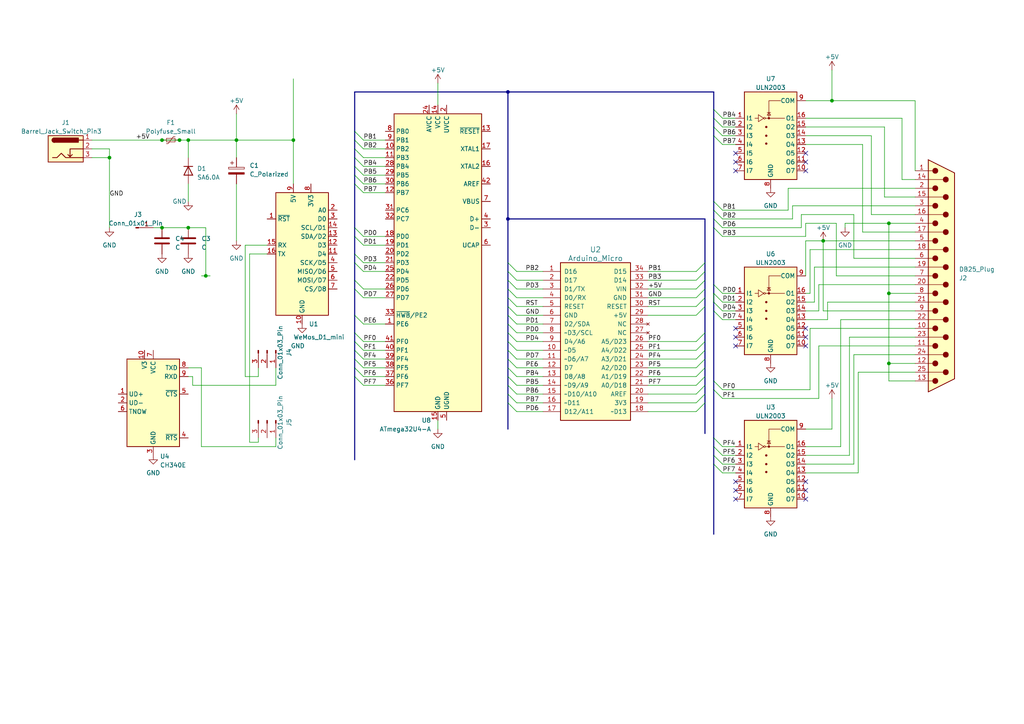
<source format=kicad_sch>
(kicad_sch (version 20230121) (generator eeschema)
  (paper "A4")
  (lib_symbols
    (symbol "Arduino:Arduino_Micro" (pin_names (offset 1.016))
      (property "Reference" "U" (at -10.16 26.67 0))
      (property "Value" "Arduino_Micro" (at -2.54 24.13 0))
      (symbol "Arduino_Micro_0_1"
        (rectangle (start -10.16 22.86) (end 10.16 -22.86) (stroke (width 0.254)) (fill (type background)))
      )
      (symbol "Arduino_Micro_1_1"
        (pin bidirectional line (at -15.24 20.32 0) (length 5.08) (name "D16") (number "1"))
        (pin bidirectional line (at -15.24 -2.54 0) (length 5.08) (name "~D5") (number "10"))
        (pin bidirectional line (at -15.24 -5.08 0) (length 5.08) (name "~D6/A7") (number "11"))
        (pin bidirectional line (at -15.24 -7.62 0) (length 5.08) (name "D7") (number "12"))
        (pin bidirectional line (at -15.24 -10.16 0) (length 5.08) (name "D8/A8") (number "13"))
        (pin bidirectional line (at -15.24 -12.7 0) (length 5.08) (name "~D9/A9") (number "14"))
        (pin bidirectional line (at -15.24 -15.24 0) (length 5.08) (name "~D10/A10") (number "15"))
        (pin bidirectional line (at -15.24 -17.78 0) (length 5.08) (name "~D11") (number "16"))
        (pin bidirectional line (at -15.24 -20.32 0) (length 5.08) (name "D12/A11") (number "17"))
        (pin bidirectional line (at 15.24 -20.32 180) (length 5.08) (name "~D13") (number "18"))
        (pin power_out line (at 15.24 -17.78 180) (length 5.08) (name "3V3") (number "19"))
        (pin bidirectional line (at -15.24 17.78 0) (length 5.08) (name "D17") (number "2"))
        (pin input line (at 15.24 -15.24 180) (length 5.08) (name "AREF") (number "20"))
        (pin bidirectional line (at 15.24 -12.7 180) (length 5.08) (name "A0/D18") (number "21"))
        (pin bidirectional line (at 15.24 -10.16 180) (length 5.08) (name "A1/D19") (number "22"))
        (pin bidirectional line (at 15.24 -7.62 180) (length 5.08) (name "A2/D20") (number "23"))
        (pin bidirectional line (at 15.24 -5.08 180) (length 5.08) (name "A3/D21") (number "24"))
        (pin bidirectional line (at 15.24 -2.54 180) (length 5.08) (name "A4/D22") (number "25"))
        (pin bidirectional line (at 15.24 0 180) (length 5.08) (name "A5/D23") (number "26"))
        (pin no_connect line (at 15.24 2.54 180) (length 5.08) (name "NC") (number "27"))
        (pin no_connect line (at 15.24 5.08 180) (length 5.08) (name "NC") (number "28"))
        (pin power_in line (at 15.24 7.62 180) (length 5.08) (name "+5V") (number "29"))
        (pin bidirectional line (at -15.24 15.24 0) (length 5.08) (name "D1/TX") (number "3"))
        (pin input line (at 15.24 10.16 180) (length 5.08) (name "RESET") (number "30"))
        (pin power_in line (at 15.24 12.7 180) (length 5.08) (name "GND") (number "31"))
        (pin power_out line (at 15.24 15.24 180) (length 5.08) (name "VIN") (number "32"))
        (pin bidirectional line (at 15.24 17.78 180) (length 5.08) (name "D14") (number "33"))
        (pin bidirectional line (at 15.24 20.32 180) (length 5.08) (name "D15") (number "34"))
        (pin bidirectional line (at -15.24 12.7 0) (length 5.08) (name "D0/RX") (number "4"))
        (pin input line (at -15.24 10.16 0) (length 5.08) (name "RESET") (number "5"))
        (pin power_in line (at -15.24 7.62 0) (length 5.08) (name "GND") (number "6"))
        (pin bidirectional line (at -15.24 5.08 0) (length 5.08) (name "D2/SDA") (number "7"))
        (pin bidirectional line (at -15.24 2.54 0) (length 5.08) (name "~D3/SCL") (number "8"))
        (pin bidirectional line (at -15.24 0 0) (length 5.08) (name "D4/A6") (number "9"))
      )
    )
    (symbol "Connector:Barrel_Jack_Switch_Pin3Ring" (pin_names hide)
      (property "Reference" "J" (at 0 5.334 0))
      (property "Value" "Barrel_Jack_Switch_Pin3Ring" (at 0 -5.08 0))
      (symbol "Barrel_Jack_Switch_Pin3Ring_0_1"
        (rectangle (start -5.08 3.81) (end 5.08 -3.81) (stroke (width 0.254)) (fill (type background)))
        (arc (start -3.302 3.175) (mid -3.9343 2.54) (end -3.302 1.905) (stroke (width 0.254)))
        (arc (start -3.302 3.175) (mid -3.9343 2.54) (end -3.302 1.905) (stroke (width 0.254)) (fill (type outline)))
        (polyline (pts (xy 1.27 -2.286) (xy 1.905 -1.651)) (stroke (width 0.254)))
        (polyline (pts (xy 5.08 2.54) (xy 3.81 2.54)) (stroke (width 0.254)))
        (polyline (pts (xy 5.08 0) (xy 1.27 0) (xy 1.27 -2.286) (xy 0.635 -1.651)) (stroke (width 0.254)))
        (polyline (pts (xy -3.81 -2.54) (xy -2.54 -2.54) (xy -1.27 -1.27) (xy 0 -2.54) (xy 2.54 -2.54) (xy 5.08 -2.54)) (stroke (width 0.254)))
        (rectangle (start 3.683 3.175) (end -3.302 1.905) (stroke (width 0.254)) (fill (type outline)))
      )
      (symbol "Barrel_Jack_Switch_Pin3Ring_1_1"
        (pin passive line (at 7.62 2.54 180) (length 2.54) (name "~") (number "1"))
        (pin passive line (at 7.62 0 180) (length 2.54) (name "~") (number "2"))
        (pin passive line (at 7.62 -2.54 180) (length 2.54) (name "~") (number "3"))
      )
    )
    (symbol "Connector:Conn_01x01_Pin" (pin_names (offset 1.016) hide)
      (property "Reference" "J" (at 0 2.54 0))
      (property "Value" "Conn_01x01_Pin" (at 0 -2.54 0))
      (symbol "Conn_01x01_Pin_1_1"
        (polyline (pts (xy 1.27 0) (xy 0.8636 0)) (stroke (width 0.1524)))
        (rectangle (start 0.8636 0.127) (end 0 -0.127) (stroke (width 0.1524)) (fill (type outline)))
        (pin passive line (at 5.08 0 180) (length 3.81) (name "Pin_1") (number "1"))
      )
    )
    (symbol "Connector:Conn_01x03_Pin" (pin_names (offset 1.016) hide)
      (property "Reference" "J" (at 0 5.08 0))
      (property "Value" "Conn_01x03_Pin" (at 0 -5.08 0))
      (symbol "Conn_01x03_Pin_1_1"
        (polyline (pts (xy 1.27 -2.54) (xy 0.8636 -2.54)) (stroke (width 0.1524)))
        (polyline (pts (xy 1.27 0) (xy 0.8636 0)) (stroke (width 0.1524)))
        (polyline (pts (xy 1.27 2.54) (xy 0.8636 2.54)) (stroke (width 0.1524)))
        (rectangle (start 0.8636 -2.413) (end 0 -2.667) (stroke (width 0.1524)) (fill (type outline)))
        (rectangle (start 0.8636 0.127) (end 0 -0.127) (stroke (width 0.1524)) (fill (type outline)))
        (rectangle (start 0.8636 2.667) (end 0 2.413) (stroke (width 0.1524)) (fill (type outline)))
        (pin passive line (at 5.08 2.54 180) (length 3.81) (name "Pin_1") (number "1"))
        (pin passive line (at 5.08 0 180) (length 3.81) (name "Pin_2") (number "2"))
        (pin passive line (at 5.08 -2.54 180) (length 3.81) (name "Pin_3") (number "3"))
      )
    )
    (symbol "Connector:DB25_Plug" (pin_names (offset 1.016) hide)
      (property "Reference" "J" (at 0 34.29 0))
      (property "Value" "DB25_Plug" (at 0 -34.925 0))
      (symbol "DB25_Plug_0_1"
        (circle (center -1.778 -30.48) (radius 0.762) (fill (type outline)))
        (circle (center -1.778 -25.4) (radius 0.762) (fill (type outline)))
        (circle (center -1.778 -20.32) (radius 0.762) (fill (type outline)))
        (circle (center -1.778 -15.24) (radius 0.762) (fill (type outline)))
        (circle (center -1.778 -10.16) (radius 0.762) (fill (type outline)))
        (circle (center -1.778 -5.08) (radius 0.762) (fill (type outline)))
        (circle (center -1.778 0) (radius 0.762) (fill (type outline)))
        (circle (center -1.778 5.08) (radius 0.762) (fill (type outline)))
        (circle (center -1.778 10.16) (radius 0.762) (fill (type outline)))
        (circle (center -1.778 15.24) (radius 0.762) (fill (type outline)))
        (circle (center -1.778 20.32) (radius 0.762) (fill (type outline)))
        (circle (center -1.778 25.4) (radius 0.762) (fill (type outline)))
        (circle (center -1.778 30.48) (radius 0.762) (fill (type outline)))
        (polyline (pts (xy -3.81 -30.48) (xy -2.54 -30.48)))
        (polyline (pts (xy -3.81 -27.94) (xy 0.508 -27.94)))
        (polyline (pts (xy -3.81 -25.4) (xy -2.54 -25.4)))
        (polyline (pts (xy -3.81 -22.86) (xy 0.508 -22.86)))
        (polyline (pts (xy -3.81 -20.32) (xy -2.54 -20.32)))
        (polyline (pts (xy -3.81 -17.78) (xy 0.508 -17.78)))
        (polyline (pts (xy -3.81 -15.24) (xy -2.54 -15.24)))
        (polyline (pts (xy -3.81 -12.7) (xy 0.508 -12.7)))
        (polyline (pts (xy -3.81 -10.16) (xy -2.54 -10.16)))
        (polyline (pts (xy -3.81 -7.62) (xy 0.508 -7.62)))
        (polyline (pts (xy -3.81 -5.08) (xy -2.54 -5.08)))
        (polyline (pts (xy -3.81 -2.54) (xy 0.508 -2.54)))
        (polyline (pts (xy -3.81 0) (xy -2.54 0)))
        (polyline (pts (xy -3.81 2.54) (xy 0.508 2.54)))
        (polyline (pts (xy -3.81 5.08) (xy -2.54 5.08)))
        (polyline (pts (xy -3.81 7.62) (xy 0.508 7.62)))
        (polyline (pts (xy -3.81 10.16) (xy -2.54 10.16)))
        (polyline (pts (xy -3.81 12.7) (xy 0.508 12.7)))
        (polyline (pts (xy -3.81 15.24) (xy -2.54 15.24)))
        (polyline (pts (xy -3.81 17.78) (xy 0.508 17.78)))
        (polyline (pts (xy -3.81 20.32) (xy -2.54 20.32)))
        (polyline (pts (xy -3.81 22.86) (xy 0.508 22.86)))
        (polyline (pts (xy -3.81 25.4) (xy -2.54 25.4)))
        (polyline (pts (xy -3.81 27.94) (xy 0.508 27.94)))
        (polyline (pts (xy -3.81 30.48) (xy -2.54 30.48)))
        (polyline (pts (xy -3.81 -33.655) (xy 3.81 -29.845) (xy 3.81 29.845) (xy -3.81 33.655) (xy -3.81 -33.655)) (stroke (width 0.254)) (fill (type background)))
        (circle (center 1.27 -27.94) (radius 0.762) (fill (type outline)))
        (circle (center 1.27 -22.86) (radius 0.762) (fill (type outline)))
        (circle (center 1.27 -17.78) (radius 0.762) (fill (type outline)))
        (circle (center 1.27 -12.7) (radius 0.762) (fill (type outline)))
        (circle (center 1.27 -7.62) (radius 0.762) (fill (type outline)))
        (circle (center 1.27 -2.54) (radius 0.762) (fill (type outline)))
        (circle (center 1.27 2.54) (radius 0.762) (fill (type outline)))
        (circle (center 1.27 7.62) (radius 0.762) (fill (type outline)))
        (circle (center 1.27 12.7) (radius 0.762) (fill (type outline)))
        (circle (center 1.27 17.78) (radius 0.762) (fill (type outline)))
        (circle (center 1.27 22.86) (radius 0.762) (fill (type outline)))
        (circle (center 1.27 27.94) (radius 0.762) (fill (type outline)))
      )
      (symbol "DB25_Plug_1_1"
        (pin passive line (at -7.62 -30.48 0) (length 3.81) (name "1") (number "1"))
        (pin passive line (at -7.62 15.24 0) (length 3.81) (name "10") (number "10"))
        (pin passive line (at -7.62 20.32 0) (length 3.81) (name "11") (number "11"))
        (pin passive line (at -7.62 25.4 0) (length 3.81) (name "12") (number "12"))
        (pin passive line (at -7.62 30.48 0) (length 3.81) (name "13") (number "13"))
        (pin passive line (at -7.62 -27.94 0) (length 3.81) (name "P14") (number "14"))
        (pin passive line (at -7.62 -22.86 0) (length 3.81) (name "P15") (number "15"))
        (pin passive line (at -7.62 -17.78 0) (length 3.81) (name "P16") (number "16"))
        (pin passive line (at -7.62 -12.7 0) (length 3.81) (name "P17") (number "17"))
        (pin passive line (at -7.62 -7.62 0) (length 3.81) (name "P18") (number "18"))
        (pin passive line (at -7.62 -2.54 0) (length 3.81) (name "P19") (number "19"))
        (pin passive line (at -7.62 -25.4 0) (length 3.81) (name "2") (number "2"))
        (pin passive line (at -7.62 2.54 0) (length 3.81) (name "P20") (number "20"))
        (pin passive line (at -7.62 7.62 0) (length 3.81) (name "P21") (number "21"))
        (pin passive line (at -7.62 12.7 0) (length 3.81) (name "P22") (number "22"))
        (pin passive line (at -7.62 17.78 0) (length 3.81) (name "P23") (number "23"))
        (pin passive line (at -7.62 22.86 0) (length 3.81) (name "P24") (number "24"))
        (pin passive line (at -7.62 27.94 0) (length 3.81) (name "P25") (number "25"))
        (pin passive line (at -7.62 -20.32 0) (length 3.81) (name "3") (number "3"))
        (pin passive line (at -7.62 -15.24 0) (length 3.81) (name "4") (number "4"))
        (pin passive line (at -7.62 -10.16 0) (length 3.81) (name "5") (number "5"))
        (pin passive line (at -7.62 -5.08 0) (length 3.81) (name "6") (number "6"))
        (pin passive line (at -7.62 0 0) (length 3.81) (name "7") (number "7"))
        (pin passive line (at -7.62 5.08 0) (length 3.81) (name "8") (number "8"))
        (pin passive line (at -7.62 10.16 0) (length 3.81) (name "9") (number "9"))
      )
    )
    (symbol "Device:C" (pin_numbers hide) (pin_names (offset 0.254))
      (property "Reference" "C" (at 0.635 2.54 0))
      (property "Value" "C" (at 0.635 -2.54 0))
      (symbol "C_0_1"
        (polyline (pts (xy -2.032 -0.762) (xy 2.032 -0.762)) (stroke (width 0.508)))
        (polyline (pts (xy -2.032 0.762) (xy 2.032 0.762)) (stroke (width 0.508)))
      )
      (symbol "C_1_1"
        (pin passive line (at 0 3.81 270) (length 2.794) (name "~") (number "1"))
        (pin passive line (at 0 -3.81 90) (length 2.794) (name "~") (number "2"))
      )
    )
    (symbol "Device:C_Polarized" (pin_numbers hide) (pin_names (offset 0.254))
      (property "Reference" "C" (at 0.635 2.54 0))
      (property "Value" "C_Polarized" (at 0.635 -2.54 0))
      (symbol "C_Polarized_0_1"
        (rectangle (start -2.286 0.508) (end 2.286 1.016))
        (polyline (pts (xy -1.778 2.286) (xy -0.762 2.286)))
        (polyline (pts (xy -1.27 2.794) (xy -1.27 1.778)))
        (rectangle (start 2.286 -0.508) (end -2.286 -1.016) (fill (type outline)))
      )
      (symbol "C_Polarized_1_1"
        (pin passive line (at 0 3.81 270) (length 2.794) (name "~") (number "1"))
        (pin passive line (at 0 -3.81 90) (length 2.794) (name "~") (number "2"))
      )
    )
    (symbol "Device:Polyfuse_Small" (pin_numbers hide) (pin_names (offset 0))
      (property "Reference" "F" (at -1.905 0 90))
      (property "Value" "Polyfuse_Small" (at 1.905 0 90))
      (symbol "Polyfuse_Small_0_1"
        (rectangle (start -0.508 1.27) (end 0.508 -1.27))
        (polyline (pts (xy 0 2.54) (xy 0 -2.54)))
        (polyline (pts (xy -1.016 1.27) (xy -1.016 0.762) (xy 1.016 -0.762) (xy 1.016 -1.27)))
      )
      (symbol "Polyfuse_Small_1_1"
        (pin passive line (at 0 2.54 270) (length 0.635) (name "~") (number "1"))
        (pin passive line (at 0 -2.54 90) (length 0.635) (name "~") (number "2"))
      )
    )
    (symbol "Diode:1N5400" (pin_numbers hide) (pin_names hide)
      (property "Reference" "D" (at 0 2.54 0))
      (property "Value" "1N5400" (at 0 -2.54 0))
      (symbol "1N5400_0_1"
        (polyline (pts (xy -1.27 1.27) (xy -1.27 -1.27)) (stroke (width 0.254)))
        (polyline (pts (xy 1.27 0) (xy -1.27 0)))
        (polyline (pts (xy 1.27 1.27) (xy 1.27 -1.27) (xy -1.27 0) (xy 1.27 1.27)) (stroke (width 0.254)))
      )
      (symbol "1N5400_1_1"
        (pin passive line (at -3.81 0 0) (length 2.54) (name "K") (number "1"))
        (pin passive line (at 3.81 0 180) (length 2.54) (name "A") (number "2"))
      )
    )
    (symbol "Interface_USB:CH340E"
      (property "Reference" "U" (at -5.08 13.97 0))
      (property "Value" "CH340E" (at 1.27 13.97 0))
      (symbol "CH340E_0_1"
        (rectangle (start -7.62 12.7) (end 7.62 -12.7) (stroke (width 0.254)) (fill (type background)))
      )
      (symbol "CH340E_1_1"
        (pin bidirectional line (at -10.16 2.54 0) (length 2.54) (name "UD+") (number "1"))
        (pin passive line (at -2.54 15.24 270) (length 2.54) (name "V3") (number "10"))
        (pin bidirectional line (at -10.16 0 0) (length 2.54) (name "UD-") (number "2"))
        (pin power_in line (at 0 -15.24 90) (length 2.54) (name "GND") (number "3"))
        (pin output line (at 10.16 -10.16 180) (length 2.54) (name "~{RTS}") (number "4"))
        (pin input line (at 10.16 2.54 180) (length 2.54) (name "~{CTS}") (number "5"))
        (pin output line (at -10.16 -2.54 0) (length 2.54) (name "TNOW") (number "6"))
        (pin power_in line (at 0 15.24 270) (length 2.54) (name "VCC") (number "7"))
        (pin output line (at 10.16 10.16 180) (length 2.54) (name "TXD") (number "8"))
        (pin input line (at 10.16 7.62 180) (length 2.54) (name "RXD") (number "9"))
      )
    )
    (symbol "MCU_Microchip_ATmega:ATmega32U4-A"
      (property "Reference" "U" (at -12.7 44.45 0))
      (property "Value" "ATmega32U4-A" (at 2.54 -44.45 0))
      (symbol "ATmega32U4-A_0_1"
        (rectangle (start -12.7 -43.18) (end 12.7 43.18) (stroke (width 0.254)) (fill (type background)))
      )
      (symbol "ATmega32U4-A_1_1"
        (pin bidirectional line (at 15.24 -17.78 180) (length 2.54) (name "PE6") (number "1"))
        (pin bidirectional line (at 15.24 33.02 180) (length 2.54) (name "PB2") (number "10"))
        (pin bidirectional line (at 15.24 30.48 180) (length 2.54) (name "PB3") (number "11"))
        (pin bidirectional line (at 15.24 20.32 180) (length 2.54) (name "PB7") (number "12"))
        (pin input line (at -15.24 38.1 0) (length 2.54) (name "~{RESET}") (number "13"))
        (pin power_in line (at 0 45.72 270) (length 2.54) (name "VCC") (number "14"))
        (pin power_in line (at 0 -45.72 90) (length 2.54) (name "GND") (number "15"))
        (pin output line (at -15.24 27.94 0) (length 2.54) (name "XTAL2") (number "16"))
        (pin input line (at -15.24 33.02 0) (length 2.54) (name "XTAL1") (number "17"))
        (pin bidirectional line (at 15.24 7.62 180) (length 2.54) (name "PD0") (number "18"))
        (pin bidirectional line (at 15.24 5.08 180) (length 2.54) (name "PD1") (number "19"))
        (pin power_in line (at -2.54 45.72 270) (length 2.54) (name "UVCC") (number "2"))
        (pin bidirectional line (at 15.24 2.54 180) (length 2.54) (name "PD2") (number "20"))
        (pin bidirectional line (at 15.24 0 180) (length 2.54) (name "PD3") (number "21"))
        (pin bidirectional line (at 15.24 -5.08 180) (length 2.54) (name "PD5") (number "22"))
        (pin passive line (at 0 -45.72 90) (length 2.54) hide (name "GND") (number "23"))
        (pin power_in line (at 2.54 45.72 270) (length 2.54) (name "AVCC") (number "24"))
        (pin bidirectional line (at 15.24 -2.54 180) (length 2.54) (name "PD4") (number "25"))
        (pin bidirectional line (at 15.24 -7.62 180) (length 2.54) (name "PD6") (number "26"))
        (pin bidirectional line (at 15.24 -10.16 180) (length 2.54) (name "PD7") (number "27"))
        (pin bidirectional line (at 15.24 27.94 180) (length 2.54) (name "PB4") (number "28"))
        (pin bidirectional line (at 15.24 25.4 180) (length 2.54) (name "PB5") (number "29"))
        (pin bidirectional line (at -15.24 10.16 0) (length 2.54) (name "D-") (number "3"))
        (pin bidirectional line (at 15.24 22.86 180) (length 2.54) (name "PB6") (number "30"))
        (pin bidirectional line (at 15.24 15.24 180) (length 2.54) (name "PC6") (number "31"))
        (pin bidirectional line (at 15.24 12.7 180) (length 2.54) (name "PC7") (number "32"))
        (pin bidirectional line (at 15.24 -15.24 180) (length 2.54) (name "~{HWB}/PE2") (number "33"))
        (pin passive line (at 0 45.72 270) (length 2.54) hide (name "VCC") (number "34"))
        (pin passive line (at 0 -45.72 90) (length 2.54) hide (name "GND") (number "35"))
        (pin bidirectional line (at 15.24 -35.56 180) (length 2.54) (name "PF7") (number "36"))
        (pin bidirectional line (at 15.24 -33.02 180) (length 2.54) (name "PF6") (number "37"))
        (pin bidirectional line (at 15.24 -30.48 180) (length 2.54) (name "PF5") (number "38"))
        (pin bidirectional line (at 15.24 -27.94 180) (length 2.54) (name "PF4") (number "39"))
        (pin bidirectional line (at -15.24 12.7 0) (length 2.54) (name "D+") (number "4"))
        (pin bidirectional line (at 15.24 -25.4 180) (length 2.54) (name "PF1") (number "40"))
        (pin bidirectional line (at 15.24 -22.86 180) (length 2.54) (name "PF0") (number "41"))
        (pin passive line (at -15.24 22.86 0) (length 2.54) (name "AREF") (number "42"))
        (pin passive line (at 0 -45.72 90) (length 2.54) hide (name "GND") (number "43"))
        (pin passive line (at 2.54 45.72 270) (length 2.54) hide (name "AVCC") (number "44"))
        (pin passive line (at -2.54 -45.72 90) (length 2.54) (name "UGND") (number "5"))
        (pin passive line (at -15.24 5.08 0) (length 2.54) (name "UCAP") (number "6"))
        (pin input line (at -15.24 17.78 0) (length 2.54) (name "VBUS") (number "7"))
        (pin bidirectional line (at 15.24 38.1 180) (length 2.54) (name "PB0") (number "8"))
        (pin bidirectional line (at 15.24 35.56 180) (length 2.54) (name "PB1") (number "9"))
      )
    )
    (symbol "MCU_Module:WeMos_D1_mini"
      (property "Reference" "U" (at 3.81 19.05 0))
      (property "Value" "WeMos_D1_mini" (at 1.27 -19.05 0))
      (symbol "WeMos_D1_mini_1_1"
        (rectangle (start -7.62 17.78) (end 7.62 -17.78) (stroke (width 0.254)) (fill (type background)))
        (pin input line (at -10.16 10.16 0) (length 2.54) (name "~{RST}") (number "1"))
        (pin power_in line (at 0 -20.32 90) (length 2.54) (name "GND") (number "10"))
        (pin bidirectional line (at 10.16 0 180) (length 2.54) (name "D4") (number "11"))
        (pin bidirectional line (at 10.16 2.54 180) (length 2.54) (name "D3") (number "12"))
        (pin bidirectional line (at 10.16 5.08 180) (length 2.54) (name "SDA/D2") (number "13"))
        (pin bidirectional line (at 10.16 7.62 180) (length 2.54) (name "SCL/D1") (number "14"))
        (pin input line (at -10.16 2.54 0) (length 2.54) (name "RX") (number "15"))
        (pin output line (at -10.16 0 0) (length 2.54) (name "TX") (number "16"))
        (pin input line (at 10.16 12.7 180) (length 2.54) (name "A0") (number "2"))
        (pin bidirectional line (at 10.16 10.16 180) (length 2.54) (name "D0") (number "3"))
        (pin bidirectional line (at 10.16 -2.54 180) (length 2.54) (name "SCK/D5") (number "4"))
        (pin bidirectional line (at 10.16 -5.08 180) (length 2.54) (name "MISO/D6") (number "5"))
        (pin bidirectional line (at 10.16 -7.62 180) (length 2.54) (name "MOSI/D7") (number "6"))
        (pin bidirectional line (at 10.16 -10.16 180) (length 2.54) (name "CS/D8") (number "7"))
        (pin power_out line (at 2.54 20.32 270) (length 2.54) (name "3V3") (number "8"))
        (pin power_in line (at -2.54 20.32 270) (length 2.54) (name "5V") (number "9"))
      )
    )
    (symbol "Transistor_Array:ULN2003"
      (property "Reference" "U" (at 0 15.875 0))
      (property "Value" "ULN2003" (at 0 13.97 0))
      (symbol "ULN2003_0_1"
        (rectangle (start -7.62 -12.7) (end 7.62 12.7) (stroke (width 0.254)) (fill (type background)))
        (circle (center -1.778 5.08) (radius 0.254))
        (circle (center -1.27 -2.286) (radius 0.254) (fill (type outline)))
        (circle (center -1.27 0) (radius 0.254) (fill (type outline)))
        (circle (center -1.27 2.54) (radius 0.254) (fill (type outline)))
        (circle (center -0.508 5.08) (radius 0.254) (fill (type outline)))
        (polyline (pts (xy -4.572 5.08) (xy -3.556 5.08)))
        (polyline (pts (xy -1.524 5.08) (xy 4.064 5.08)))
        (polyline (pts (xy 0 6.731) (xy -1.016 6.731)))
        (polyline (pts (xy -0.508 5.08) (xy -0.508 10.16) (xy 2.921 10.16)))
        (polyline (pts (xy -3.556 6.096) (xy -3.556 4.064) (xy -2.032 5.08) (xy -3.556 6.096)))
        (polyline (pts (xy 0 5.969) (xy -1.016 5.969) (xy -0.508 6.731) (xy 0 5.969)))
      )
      (symbol "ULN2003_1_1"
        (pin input line (at -10.16 5.08 0) (length 2.54) (name "I1") (number "1"))
        (pin open_collector line (at 10.16 -10.16 180) (length 2.54) (name "O7") (number "10"))
        (pin open_collector line (at 10.16 -7.62 180) (length 2.54) (name "O6") (number "11"))
        (pin open_collector line (at 10.16 -5.08 180) (length 2.54) (name "O5") (number "12"))
        (pin open_collector line (at 10.16 -2.54 180) (length 2.54) (name "O4") (number "13"))
        (pin open_collector line (at 10.16 0 180) (length 2.54) (name "O3") (number "14"))
        (pin open_collector line (at 10.16 2.54 180) (length 2.54) (name "O2") (number "15"))
        (pin open_collector line (at 10.16 5.08 180) (length 2.54) (name "O1") (number "16"))
        (pin input line (at -10.16 2.54 0) (length 2.54) (name "I2") (number "2"))
        (pin input line (at -10.16 0 0) (length 2.54) (name "I3") (number "3"))
        (pin input line (at -10.16 -2.54 0) (length 2.54) (name "I4") (number "4"))
        (pin input line (at -10.16 -5.08 0) (length 2.54) (name "I5") (number "5"))
        (pin input line (at -10.16 -7.62 0) (length 2.54) (name "I6") (number "6"))
        (pin input line (at -10.16 -10.16 0) (length 2.54) (name "I7") (number "7"))
        (pin power_in line (at 0 -15.24 90) (length 2.54) (name "GND") (number "8"))
        (pin passive line (at 10.16 10.16 180) (length 2.54) (name "COM") (number "9"))
      )
    )
    (symbol "power:+5V" (power) (pin_names (offset 0))
      (property "Value" "+5V" (at 0 3.556 0))
      (symbol "+5V_0_1"
        (polyline (pts (xy -0.762 1.27) (xy 0 2.54)))
        (polyline (pts (xy 0 0) (xy 0 2.54)))
        (polyline (pts (xy 0 2.54) (xy 0.762 1.27)))
      )
      (symbol "+5V_1_1"
        (pin power_in line (at 0 0 90) (length 0) hide (name "+5V") (number "1"))
      )
    )
    (symbol "power:GND" (power) (pin_names (offset 0))
      (property "Value" "GND" (at 0 -3.81 0))
      (symbol "GND_0_1"
        (polyline (pts (xy 0 0) (xy 0 -1.27) (xy 1.27 -1.27) (xy 0 -2.54) (xy -1.27 -1.27) (xy 0 -1.27)))
      )
      (symbol "GND_1_1"
        (pin power_in line (at 0 0 270) (length 0) hide (name "GND") (number "1"))
      )
    )
  )
  (junction (at 85.09 40.64))
  (junction (at 238.76 69.85))
  (junction (at 31.75 45.72))
  (junction (at 257.81 64.77))
  (junction (at 46.99 66.04))
  (junction (at 241.3 29.21))
  (junction (at 68.58 40.64))
  (junction (at 54.61 40.64))
  (junction (at 52.07 40.64))
  (junction (at 46.99 40.64))
  (junction (at 147.32 63.5))
  (junction (at 59.69 80.01))
  (junction (at 257.81 105.41))
  (junction (at 54.61 66.04))
  (junction (at 257.81 85.09))
  (junction (at 147.32 26.67))
  (no_connect (at 213.36 97.79))
  (no_connect (at 233.68 144.78))
  (no_connect (at 213.36 95.25))
  (no_connect (at 233.68 49.53))
  (no_connect (at 233.68 44.45))
  (no_connect (at 233.68 46.99))
  (no_connect (at 213.36 142.24))
  (no_connect (at 213.36 49.53))
  (no_connect (at 233.68 142.24))
  (no_connect (at 233.68 95.25))
  (no_connect (at 233.68 139.7))
  (no_connect (at 213.36 139.7))
  (no_connect (at 233.68 97.79))
  (no_connect (at 213.36 44.45))
  (no_connect (at 213.36 46.99))
  (no_connect (at 213.36 100.33))
  (no_connect (at 213.36 144.78))
  (no_connect (at 233.68 100.33))
  (bus_entry (at 201.93 83.82) (size 2.54 -2.54))
  (bus_entry (at 201.93 91.44) (size 2.54 -2.54))
  (bus_entry (at 102.87 53.34) (size 2.54 2.54))
  (bus_entry (at 147.32 86.36) (size 2.54 2.54))
  (bus_entry (at 201.93 109.22) (size 2.54 -2.54))
  (bus_entry (at 147.32 104.14) (size 2.54 2.54))
  (bus_entry (at 207.01 127) (size 2.54 2.54))
  (bus_entry (at 102.87 109.22) (size 2.54 2.54))
  (bus_entry (at 102.87 104.14) (size 2.54 2.54))
  (bus_entry (at 201.93 119.38) (size 2.54 -2.54))
  (bus_entry (at 147.32 99.06) (size 2.54 2.54))
  (bus_entry (at 207.01 87.63) (size 2.54 2.54))
  (bus_entry (at 207.01 129.54) (size 2.54 2.54))
  (bus_entry (at 102.87 91.44) (size 2.54 2.54))
  (bus_entry (at 147.32 111.76) (size 2.54 2.54))
  (bus_entry (at 207.01 132.08) (size 2.54 2.54))
  (bus_entry (at 102.87 73.66) (size 2.54 2.54))
  (bus_entry (at 207.01 66.04) (size 2.54 2.54))
  (bus_entry (at 102.87 83.82) (size 2.54 2.54))
  (bus_entry (at 147.32 81.28) (size 2.54 2.54))
  (bus_entry (at 102.87 81.28) (size 2.54 2.54))
  (bus_entry (at 147.32 114.3) (size 2.54 2.54))
  (bus_entry (at 207.01 82.55) (size 2.54 2.54))
  (bus_entry (at 102.87 66.04) (size 2.54 2.54))
  (bus_entry (at 201.93 111.76) (size 2.54 -2.54))
  (bus_entry (at 207.01 134.62) (size 2.54 2.54))
  (bus_entry (at 207.01 31.75) (size 2.54 2.54))
  (bus_entry (at 201.93 101.6) (size 2.54 -2.54))
  (bus_entry (at 102.87 43.18) (size 2.54 2.54))
  (bus_entry (at 207.01 63.5) (size 2.54 2.54))
  (bus_entry (at 147.32 78.74) (size 2.54 2.54))
  (bus_entry (at 207.01 58.42) (size 2.54 2.54))
  (bus_entry (at 201.93 81.28) (size 2.54 -2.54))
  (bus_entry (at 102.87 40.64) (size 2.54 2.54))
  (bus_entry (at 102.87 45.72) (size 2.54 2.54))
  (bus_entry (at 207.01 110.49) (size 2.54 2.54))
  (bus_entry (at 102.87 48.26) (size 2.54 2.54))
  (bus_entry (at 102.87 68.58) (size 2.54 2.54))
  (bus_entry (at 147.32 101.6) (size 2.54 2.54))
  (bus_entry (at 207.01 34.29) (size 2.54 2.54))
  (bus_entry (at 201.93 99.06) (size 2.54 -2.54))
  (bus_entry (at 201.93 116.84) (size 2.54 -2.54))
  (bus_entry (at 147.32 88.9) (size 2.54 2.54))
  (bus_entry (at 207.01 113.03) (size 2.54 2.54))
  (bus_entry (at 147.32 83.82) (size 2.54 2.54))
  (bus_entry (at 201.93 114.3) (size 2.54 -2.54))
  (bus_entry (at 102.87 106.68) (size 2.54 2.54))
  (bus_entry (at 102.87 101.6) (size 2.54 2.54))
  (bus_entry (at 201.93 104.14) (size 2.54 -2.54))
  (bus_entry (at 201.93 88.9) (size 2.54 -2.54))
  (bus_entry (at 147.32 106.68) (size 2.54 2.54))
  (bus_entry (at 147.32 91.44) (size 2.54 2.54))
  (bus_entry (at 102.87 38.1) (size 2.54 2.54))
  (bus_entry (at 102.87 50.8) (size 2.54 2.54))
  (bus_entry (at 147.32 96.52) (size 2.54 2.54))
  (bus_entry (at 207.01 60.96) (size 2.54 2.54))
  (bus_entry (at 147.32 76.2) (size 2.54 2.54))
  (bus_entry (at 207.01 85.09) (size 2.54 2.54))
  (bus_entry (at 201.93 78.74) (size 2.54 -2.54))
  (bus_entry (at 147.32 109.22) (size 2.54 2.54))
  (bus_entry (at 207.01 39.37) (size 2.54 2.54))
  (bus_entry (at 207.01 36.83) (size 2.54 2.54))
  (bus_entry (at 102.87 76.2) (size 2.54 2.54))
  (bus_entry (at 201.93 86.36) (size 2.54 -2.54))
  (bus_entry (at 102.87 99.06) (size 2.54 2.54))
  (bus_entry (at 147.32 116.84) (size 2.54 2.54))
  (bus_entry (at 102.87 96.52) (size 2.54 2.54))
  (bus_entry (at 147.32 93.98) (size 2.54 2.54))
  (bus_entry (at 207.01 90.17) (size 2.54 2.54))
  (bus_entry (at 201.93 106.68) (size 2.54 -2.54))
  (bus (pts (xy 204.47 83.82) (xy 204.47 86.36)))
  (bus (pts (xy 147.32 104.14) (xy 147.32 101.6)))
  (wire (pts (xy 233.68 132.08) (xy 246.38 132.08)))
  (wire (pts (xy 247.65 62.23) (xy 232.41 62.23)))
  (wire (pts (xy 261.62 52.07) (xy 265.43 52.07)))
  (bus (pts (xy 102.87 26.67) (xy 102.87 38.1)))
  (bus (pts (xy 207.01 66.04) (xy 207.01 82.55)))
  (bus (pts (xy 147.32 26.67) (xy 147.32 63.5)))
  (wire (pts (xy 238.76 69.85) (xy 265.43 69.85)))
  (bus (pts (xy 102.87 40.64) (xy 102.87 43.18)))
  (wire (pts (xy 46.99 40.64) (xy 52.07 40.64)))
  (bus (pts (xy 207.01 31.75) (xy 207.01 34.29)))
  (wire (pts (xy 68.58 40.64) (xy 85.09 40.64)))
  (wire (pts (xy 54.61 53.34) (xy 54.61 58.42)))
  (wire (pts (xy 233.68 64.77) (xy 233.68 68.58)))
  (bus (pts (xy 102.87 109.22) (xy 102.87 133.35)))
  (wire (pts (xy 80.01 127) (xy 80.01 129.54)))
  (wire (pts (xy 59.69 80.01) (xy 60.96 80.01)))
  (bus (pts (xy 102.87 104.14) (xy 102.87 106.68)))
  (wire (pts (xy 234.95 95.25) (xy 234.95 113.03)))
  (wire (pts (xy 149.86 104.14) (xy 157.48 104.14)))
  (wire (pts (xy 265.43 105.41) (xy 257.81 105.41)))
  (wire (pts (xy 257.81 85.09) (xy 257.81 64.77)))
  (wire (pts (xy 54.61 40.64) (xy 68.58 40.64)))
  (wire (pts (xy 31.75 43.18) (xy 31.75 45.72)))
  (wire (pts (xy 243.84 129.54) (xy 233.68 129.54)))
  (wire (pts (xy 237.49 82.55) (xy 237.49 90.17)))
  (wire (pts (xy 26.67 45.72) (xy 31.75 45.72)))
  (wire (pts (xy 265.43 87.63) (xy 240.03 87.63)))
  (wire (pts (xy 105.41 43.18) (xy 111.76 43.18)))
  (wire (pts (xy 257.81 110.49) (xy 257.81 105.41)))
  (wire (pts (xy 149.86 116.84) (xy 157.48 116.84)))
  (wire (pts (xy 233.68 36.83) (xy 256.54 36.83)))
  (wire (pts (xy 77.47 73.66) (xy 72.39 73.66)))
  (wire (pts (xy 265.43 77.47) (xy 236.22 77.47)))
  (wire (pts (xy 209.55 132.08) (xy 213.36 132.08)))
  (wire (pts (xy 149.86 106.68) (xy 157.48 106.68)))
  (wire (pts (xy 187.96 88.9) (xy 201.93 88.9)))
  (wire (pts (xy 233.68 39.37) (xy 252.73 39.37)))
  (wire (pts (xy 44.45 66.04) (xy 46.99 66.04)))
  (wire (pts (xy 209.55 66.04) (xy 232.41 66.04)))
  (wire (pts (xy 58.42 80.01) (xy 59.69 80.01)))
  (wire (pts (xy 149.86 88.9) (xy 157.48 88.9)))
  (bus (pts (xy 102.87 66.04) (xy 102.87 68.58)))
  (wire (pts (xy 149.86 119.38) (xy 157.48 119.38)))
  (wire (pts (xy 187.96 116.84) (xy 201.93 116.84)))
  (wire (pts (xy 105.41 53.34) (xy 111.76 53.34)))
  (wire (pts (xy 265.43 80.01) (xy 242.57 80.01)))
  (bus (pts (xy 207.01 60.96) (xy 207.01 63.5)))
  (bus (pts (xy 207.01 129.54) (xy 207.01 132.08)))
  (wire (pts (xy 233.68 41.91) (xy 250.19 41.91)))
  (bus (pts (xy 102.87 73.66) (xy 102.87 76.2)))
  (bus (pts (xy 204.47 101.6) (xy 204.47 104.14)))
  (wire (pts (xy 233.68 69.85) (xy 238.76 69.85)))
  (wire (pts (xy 149.86 109.22) (xy 157.48 109.22)))
  (wire (pts (xy 237.49 100.33) (xy 237.49 115.57)))
  (wire (pts (xy 265.43 102.87) (xy 247.65 102.87)))
  (wire (pts (xy 265.43 74.93) (xy 247.65 74.93)))
  (wire (pts (xy 209.55 129.54) (xy 213.36 129.54)))
  (wire (pts (xy 265.43 110.49) (xy 257.81 110.49)))
  (wire (pts (xy 149.86 93.98) (xy 157.48 93.98)))
  (wire (pts (xy 149.86 111.76) (xy 157.48 111.76)))
  (bus (pts (xy 207.01 134.62) (xy 207.01 154.94)))
  (bus (pts (xy 102.87 91.44) (xy 102.87 96.52)))
  (wire (pts (xy 187.96 91.44) (xy 201.93 91.44)))
  (wire (pts (xy 85.09 40.64) (xy 85.09 22.86)))
  (bus (pts (xy 147.32 114.3) (xy 147.32 111.76)))
  (wire (pts (xy 74.93 109.22) (xy 74.93 106.68)))
  (wire (pts (xy 250.19 67.31) (xy 265.43 67.31)))
  (bus (pts (xy 147.32 26.67) (xy 207.01 26.67)))
  (wire (pts (xy 149.86 78.74) (xy 157.48 78.74)))
  (wire (pts (xy 105.41 40.64) (xy 111.76 40.64)))
  (bus (pts (xy 102.87 48.26) (xy 102.87 50.8)))
  (wire (pts (xy 209.55 85.09) (xy 213.36 85.09)))
  (wire (pts (xy 68.58 40.64) (xy 68.58 45.72)))
  (wire (pts (xy 105.41 76.2) (xy 111.76 76.2)))
  (bus (pts (xy 147.32 111.76) (xy 147.32 109.22)))
  (bus (pts (xy 147.32 93.98) (xy 147.32 91.44)))
  (wire (pts (xy 187.96 109.22) (xy 201.93 109.22)))
  (wire (pts (xy 252.73 39.37) (xy 252.73 62.23)))
  (wire (pts (xy 234.95 85.09) (xy 233.68 85.09)))
  (wire (pts (xy 187.96 86.36) (xy 201.93 86.36)))
  (wire (pts (xy 187.96 114.3) (xy 201.93 114.3)))
  (wire (pts (xy 54.61 66.04) (xy 59.69 66.04)))
  (bus (pts (xy 102.87 45.72) (xy 102.87 48.26)))
  (wire (pts (xy 80.01 111.76) (xy 55.88 111.76)))
  (wire (pts (xy 228.6 54.61) (xy 228.6 60.96)))
  (wire (pts (xy 105.41 78.74) (xy 111.76 78.74)))
  (wire (pts (xy 232.41 62.23) (xy 232.41 66.04)))
  (wire (pts (xy 72.39 128.27) (xy 74.93 128.27)))
  (wire (pts (xy 72.39 73.66) (xy 72.39 128.27)))
  (wire (pts (xy 257.81 64.77) (xy 245.11 64.77)))
  (wire (pts (xy 105.41 45.72) (xy 111.76 45.72)))
  (wire (pts (xy 233.68 124.46) (xy 241.3 124.46)))
  (bus (pts (xy 204.47 76.2) (xy 204.47 78.74)))
  (wire (pts (xy 256.54 36.83) (xy 256.54 57.15)))
  (wire (pts (xy 187.96 106.68) (xy 201.93 106.68)))
  (wire (pts (xy 58.42 106.68) (xy 54.61 106.68)))
  (wire (pts (xy 187.96 83.82) (xy 201.93 83.82)))
  (wire (pts (xy 209.55 115.57) (xy 237.49 115.57)))
  (wire (pts (xy 243.84 92.71) (xy 243.84 129.54)))
  (bus (pts (xy 207.01 26.67) (xy 207.01 31.75)))
  (wire (pts (xy 209.55 63.5) (xy 229.87 63.5)))
  (wire (pts (xy 105.41 99.06) (xy 111.76 99.06)))
  (wire (pts (xy 234.95 72.39) (xy 234.95 85.09)))
  (wire (pts (xy 209.55 68.58) (xy 233.68 68.58)))
  (wire (pts (xy 245.11 64.77) (xy 245.11 66.04)))
  (bus (pts (xy 147.32 96.52) (xy 147.32 93.98)))
  (wire (pts (xy 261.62 34.29) (xy 261.62 52.07)))
  (wire (pts (xy 250.19 41.91) (xy 250.19 67.31)))
  (wire (pts (xy 149.86 83.82) (xy 157.48 83.82)))
  (bus (pts (xy 102.87 38.1) (xy 102.87 40.64)))
  (wire (pts (xy 209.55 34.29) (xy 213.36 34.29)))
  (bus (pts (xy 102.87 99.06) (xy 102.87 101.6)))
  (bus (pts (xy 147.32 26.67) (xy 102.87 26.67)))
  (wire (pts (xy 265.43 107.95) (xy 248.92 107.95)))
  (wire (pts (xy 46.99 66.04) (xy 54.61 66.04)))
  (bus (pts (xy 102.87 43.18) (xy 102.87 45.72)))
  (wire (pts (xy 209.55 41.91) (xy 213.36 41.91)))
  (wire (pts (xy 105.41 83.82) (xy 111.76 83.82)))
  (bus (pts (xy 207.01 110.49) (xy 207.01 113.03)))
  (bus (pts (xy 204.47 116.84) (xy 204.47 125.73)))
  (bus (pts (xy 147.32 124.46) (xy 147.32 116.84)))
  (wire (pts (xy 54.61 40.64) (xy 52.07 40.64)))
  (wire (pts (xy 80.01 129.54) (xy 58.42 129.54)))
  (bus (pts (xy 204.47 111.76) (xy 204.47 114.3)))
  (bus (pts (xy 147.32 91.44) (xy 147.32 88.9)))
  (bus (pts (xy 207.01 36.83) (xy 207.01 39.37)))
  (wire (pts (xy 149.86 81.28) (xy 157.48 81.28)))
  (wire (pts (xy 187.96 81.28) (xy 201.93 81.28)))
  (wire (pts (xy 247.65 102.87) (xy 247.65 134.62)))
  (wire (pts (xy 233.68 92.71) (xy 240.03 92.71)))
  (bus (pts (xy 147.32 106.68) (xy 147.32 104.14)))
  (wire (pts (xy 209.55 39.37) (xy 213.36 39.37)))
  (wire (pts (xy 248.92 137.16) (xy 233.68 137.16)))
  (bus (pts (xy 204.47 78.74) (xy 204.47 81.28)))
  (wire (pts (xy 242.57 80.01) (xy 242.57 64.77)))
  (wire (pts (xy 252.73 62.23) (xy 265.43 62.23)))
  (wire (pts (xy 238.76 90.17) (xy 265.43 90.17)))
  (bus (pts (xy 147.32 63.5) (xy 204.47 63.5)))
  (bus (pts (xy 147.32 96.52) (xy 147.32 99.06)))
  (bus (pts (xy 147.32 101.6) (xy 147.32 99.06)))
  (wire (pts (xy 187.96 99.06) (xy 201.93 99.06)))
  (wire (pts (xy 77.47 71.12) (xy 71.12 71.12)))
  (wire (pts (xy 241.3 20.32) (xy 241.3 29.21)))
  (bus (pts (xy 204.47 109.22) (xy 204.47 111.76)))
  (bus (pts (xy 102.87 106.68) (xy 102.87 109.22)))
  (bus (pts (xy 204.47 106.68) (xy 204.47 109.22)))
  (bus (pts (xy 147.32 86.36) (xy 147.32 83.82)))
  (wire (pts (xy 265.43 97.79) (xy 246.38 97.79)))
  (bus (pts (xy 204.47 81.28) (xy 204.47 83.82)))
  (wire (pts (xy 236.22 77.47) (xy 236.22 87.63)))
  (bus (pts (xy 207.01 87.63) (xy 207.01 90.17)))
  (wire (pts (xy 105.41 71.12) (xy 111.76 71.12)))
  (wire (pts (xy 127 24.13) (xy 127 30.48)))
  (bus (pts (xy 102.87 76.2) (xy 102.87 81.28)))
  (wire (pts (xy 105.41 104.14) (xy 111.76 104.14)))
  (wire (pts (xy 242.57 64.77) (xy 233.68 64.77)))
  (bus (pts (xy 207.01 39.37) (xy 207.01 58.42)))
  (wire (pts (xy 233.68 29.21) (xy 241.3 29.21)))
  (bus (pts (xy 147.32 63.5) (xy 147.32 76.2)))
  (wire (pts (xy 68.58 33.02) (xy 68.58 40.64)))
  (wire (pts (xy 105.41 106.68) (xy 111.76 106.68)))
  (wire (pts (xy 233.68 134.62) (xy 247.65 134.62)))
  (wire (pts (xy 233.68 80.01) (xy 233.68 69.85)))
  (wire (pts (xy 209.55 137.16) (xy 213.36 137.16)))
  (wire (pts (xy 149.86 114.3) (xy 157.48 114.3)))
  (wire (pts (xy 105.41 86.36) (xy 111.76 86.36)))
  (wire (pts (xy 26.67 43.18) (xy 31.75 43.18)))
  (bus (pts (xy 102.87 101.6) (xy 102.87 104.14)))
  (bus (pts (xy 207.01 82.55) (xy 207.01 85.09)))
  (wire (pts (xy 71.12 71.12) (xy 71.12 109.22)))
  (wire (pts (xy 209.55 134.62) (xy 213.36 134.62)))
  (wire (pts (xy 265.43 49.53) (xy 265.43 29.21)))
  (wire (pts (xy 26.67 40.64) (xy 46.99 40.64)))
  (wire (pts (xy 105.41 93.98) (xy 111.76 93.98)))
  (bus (pts (xy 207.01 63.5) (xy 207.01 66.04)))
  (wire (pts (xy 256.54 57.15) (xy 265.43 57.15)))
  (bus (pts (xy 207.01 90.17) (xy 207.01 110.49)))
  (wire (pts (xy 209.55 87.63) (xy 213.36 87.63)))
  (wire (pts (xy 265.43 54.61) (xy 228.6 54.61)))
  (wire (pts (xy 209.55 60.96) (xy 228.6 60.96)))
  (wire (pts (xy 187.96 104.14) (xy 201.93 104.14)))
  (wire (pts (xy 248.92 107.95) (xy 248.92 137.16)))
  (wire (pts (xy 149.86 96.52) (xy 157.48 96.52)))
  (bus (pts (xy 102.87 83.82) (xy 102.87 91.44)))
  (bus (pts (xy 147.32 83.82) (xy 147.32 81.28)))
  (wire (pts (xy 187.96 111.76) (xy 201.93 111.76)))
  (wire (pts (xy 105.41 48.26) (xy 111.76 48.26)))
  (wire (pts (xy 265.43 100.33) (xy 237.49 100.33)))
  (wire (pts (xy 105.41 111.76) (xy 111.76 111.76)))
  (bus (pts (xy 207.01 34.29) (xy 207.01 36.83)))
  (wire (pts (xy 55.88 111.76) (xy 55.88 109.22)))
  (wire (pts (xy 127 124.46) (xy 127 121.92)))
  (bus (pts (xy 207.01 127) (xy 207.01 129.54)))
  (wire (pts (xy 105.41 68.58) (xy 111.76 68.58)))
  (wire (pts (xy 31.75 45.72) (xy 31.75 66.04)))
  (wire (pts (xy 229.87 59.69) (xy 229.87 63.5)))
  (bus (pts (xy 147.32 88.9) (xy 147.32 86.36)))
  (wire (pts (xy 265.43 64.77) (xy 257.81 64.77)))
  (wire (pts (xy 207.01 85.09) (xy 207.01 87.63)))
  (wire (pts (xy 105.41 109.22) (xy 111.76 109.22)))
  (bus (pts (xy 207.01 58.42) (xy 207.01 60.96)))
  (wire (pts (xy 149.86 91.44) (xy 157.48 91.44)))
  (bus (pts (xy 204.47 88.9) (xy 204.47 96.52)))
  (wire (pts (xy 265.43 72.39) (xy 234.95 72.39)))
  (bus (pts (xy 204.47 99.06) (xy 204.47 101.6)))
  (wire (pts (xy 149.86 86.36) (xy 157.48 86.36)))
  (bus (pts (xy 204.47 63.5) (xy 204.47 76.2)))
  (bus (pts (xy 147.32 81.28) (xy 147.32 78.74)))
  (bus (pts (xy 204.47 104.14) (xy 204.47 106.68)))
  (bus (pts (xy 147.32 109.22) (xy 147.32 106.68)))
  (bus (pts (xy 147.32 78.74) (xy 147.32 76.2)))
  (wire (pts (xy 265.43 82.55) (xy 237.49 82.55)))
  (wire (pts (xy 149.86 99.06) (xy 157.48 99.06)))
  (bus (pts (xy 102.87 50.8) (xy 102.87 53.34)))
  (bus (pts (xy 102.87 68.58) (xy 102.87 73.66)))
  (wire (pts (xy 241.3 115.57) (xy 241.3 124.46)))
  (wire (pts (xy 236.22 87.63) (xy 233.68 87.63)))
  (wire (pts (xy 265.43 85.09) (xy 257.81 85.09)))
  (wire (pts (xy 265.43 92.71) (xy 243.84 92.71)))
  (bus (pts (xy 102.87 81.28) (xy 102.87 83.82)))
  (wire (pts (xy 58.42 129.54) (xy 58.42 106.68)))
  (bus (pts (xy 204.47 114.3) (xy 204.47 116.84)))
  (wire (pts (xy 265.43 29.21) (xy 241.3 29.21)))
  (wire (pts (xy 247.65 74.93) (xy 247.65 62.23)))
  (wire (pts (xy 105.41 55.88) (xy 111.76 55.88)))
  (wire (pts (xy 71.12 109.22) (xy 74.93 109.22)))
  (wire (pts (xy 237.49 90.17) (xy 233.68 90.17)))
  (wire (pts (xy 209.55 36.83) (xy 213.36 36.83)))
  (wire (pts (xy 233.68 34.29) (xy 261.62 34.29)))
  (wire (pts (xy 209.55 113.03) (xy 234.95 113.03)))
  (wire (pts (xy 105.41 101.6) (xy 111.76 101.6)))
  (wire (pts (xy 238.76 69.85) (xy 238.76 90.17)))
  (bus (pts (xy 207.01 85.09) (xy 207.01 87.63)))
  (wire (pts (xy 187.96 101.6) (xy 201.93 101.6)))
  (wire (pts (xy 54.61 45.72) (xy 54.61 40.64)))
  (wire (pts (xy 68.58 53.34) (xy 68.58 69.85)))
  (wire (pts (xy 149.86 101.6) (xy 157.48 101.6)))
  (wire (pts (xy 55.88 109.22) (xy 54.61 109.22)))
  (bus (pts (xy 204.47 86.36) (xy 204.47 88.9)))
  (bus (pts (xy 147.32 116.84) (xy 147.32 114.3)))
  (wire (pts (xy 240.03 87.63) (xy 240.03 92.71)))
  (wire (pts (xy 59.69 66.04) (xy 59.69 80.01)))
  (wire (pts (xy 187.96 78.74) (xy 201.93 78.74)))
  (wire (pts (xy 246.38 97.79) (xy 246.38 132.08)))
  (bus (pts (xy 102.87 53.34) (xy 102.87 66.04)))
  (bus (pts (xy 102.87 96.52) (xy 102.87 99.06)))
  (bus (pts (xy 204.47 96.52) (xy 204.47 99.06)))
  (wire (pts (xy 265.43 95.25) (xy 234.95 95.25)))
  (wire (pts (xy 80.01 106.68) (xy 80.01 111.76)))
  (wire (pts (xy 257.81 105.41) (xy 257.81 85.09)))
  (wire (pts (xy 74.93 128.27) (xy 74.93 127)))
  (bus (pts (xy 207.01 113.03) (xy 207.01 127)))
  (wire (pts (xy 265.43 59.69) (xy 229.87 59.69)))
  (wire (pts (xy 105.41 50.8) (xy 111.76 50.8)))
  (wire (pts (xy 187.96 119.38) (xy 201.93 119.38)))
  (wire (pts (xy 85.09 40.64) (xy 85.09 53.34)))
  (wire (pts (xy 209.55 92.71) (xy 213.36 92.71)))
  (wire (pts (xy 209.55 90.17) (xy 213.36 90.17)))
  (bus (pts (xy 207.01 132.08) (xy 207.01 134.62)))
  (label "PB5" (at 152.4 111.76 0))
  (label "PD7" (at 209.55 92.71 0))
  (label "PF0" (at 209.55 113.03 0))
  (label "PD7" (at 152.4 104.14 0))
  (label "GND" (at 31.75 57.15 0))
  (label "PF5" (at 187.96 106.68 0))
  (label "PD3" (at 105.41 76.2 0))
  (label "PB2" (at 105.41 43.18 0))
  (label "PB1" (at 105.41 40.64 0))
  (label "PB7" (at 152.4 116.84 0))
  (label "PD0" (at 209.55 85.09 0))
  (label "PD6" (at 209.55 66.04 0))
  (label "PF1" (at 209.55 115.57 0))
  (label "GND" (at 152.4 91.44 0))
  (label "PB4" (at 209.55 34.29 0))
  (label "PD0" (at 152.4 96.52 0))
  (label "PD1" (at 105.41 71.12 0))
  (label "PD3" (at 152.4 83.82 0))
  (label "PF5" (at 209.55 132.08 0))
  (label "PD4" (at 105.41 78.74 0))
  (label "PF1" (at 105.41 101.6 0))
  (label "PB1" (at 209.55 60.96 0))
  (label "PB2" (at 209.55 63.5 0))
  (label "PD1" (at 152.4 93.98 0))
  (label "RST" (at 187.96 88.9 0))
  (label "PF4" (at 209.55 129.54 0))
  (label "PF6" (at 187.96 109.22 0))
  (label "PB5" (at 105.41 50.8 0))
  (label "PF6" (at 105.41 109.22 0))
  (label "PB6" (at 209.55 39.37 0))
  (label "+5V" (at 39.37 40.64 0))
  (label "GND" (at 187.96 86.36 0))
  (label "PB5" (at 209.55 36.83 0))
  (label "PF7" (at 187.96 111.76 0))
  (label "PF7" (at 209.55 137.16 0))
  (label "PD4" (at 152.4 99.06 0))
  (label "PF1" (at 187.96 101.6 0))
  (label "PB3" (at 209.55 68.58 0))
  (label "PE6" (at 105.41 93.98 0))
  (label "PB6" (at 105.41 53.34 0))
  (label "PF7" (at 105.41 111.76 0))
  (label "PD0" (at 105.41 68.58 0))
  (label "PF0" (at 105.41 99.06 0))
  (label "PB1" (at 187.96 78.74 0))
  (label "PF4" (at 105.41 104.14 0))
  (label "PB2" (at 152.4 78.74 0))
  (label "PD1" (at 209.55 87.63 0))
  (label "PF4" (at 187.96 104.14 0))
  (label "PF0" (at 187.96 99.06 0))
  (label "PE6" (at 152.4 106.68 0))
  (label "PD7" (at 105.41 86.36 0))
  (label "PB7" (at 209.55 41.91 0))
  (label "PD6" (at 152.4 119.38 0))
  (label "RST" (at 152.4 88.9 0))
  (label "PF6" (at 209.55 134.62 0))
  (label "PB4" (at 105.41 48.26 0))
  (label "PB4" (at 152.4 109.22 0))
  (label "PB3" (at 187.96 81.28 0))
  (label "PB7" (at 105.41 55.88 0))
  (label "+5V" (at 187.96 83.82 0))
  (label "PD4" (at 209.55 90.17 0))
  (label "PF5" (at 105.41 106.68 0))
  (label "PB6" (at 152.4 114.3 0))
  (symbol (lib_id "Transistor_Array:ULN2003") (at 223.52 90.17 0) (unit 1)
    (property "Reference" "U6" (at 223.52 73.66 0))
    (property "Value" "ULN2003" (at 223.52 76.2 0))
    (property "Datasheet" "http://www.ti.com/lit/ds/symlink/uln2003a.pdf" (effects hide))
  )
  (symbol (lib_id "Connector:Conn_01x01_Pin") (at 39.37 66.04 0) (unit 1)
    (property "Reference" "J3" (at 40.005 62.23 0))
    (property "Value" "Conn_01x01_Pin" (at 39.37 64.77 0))
  )
  (symbol (lib_id "Connector:DB25_Plug") (at 273.05 80.01 0) (mirror x) (unit 1)
    (property "Reference" "J2" (at 278.13 80.645 0) (effects (justify left)))
    (property "Value" "DB25_Plug" (at 278.13 78.105 0) (effects (justify left)))
    (property "Datasheet" " ~" (effects hide))
  )
  (symbol (lib_id "Connector:Conn_01x03_Pin") (at 77.47 121.92 270) (unit 1)
    (property "Reference" "J5" (at 83.82 122.555 0))
    (property "Value" "Conn_01x03_Pin" (at 81.28 122.555 0))
  )
  (symbol (lib_id "Device:Polyfuse_Small") (at 49.53 40.64 90) (unit 1)
    (property "Reference" "F1" (at 49.53 35.56 90))
    (property "Value" "Polyfuse_Small" (at 49.53 38.1 90))
    (property "Footprint" "Fuse:Fuse_0402_1005Metric" (effects hide))
  )
  (symbol (lib_id "MCU_Module:WeMos_D1_mini") (at 87.63 73.66 0) (unit 1)
    (property "Reference" "U1" (at 89.5859 93.98 0) (effects (justify left)))
    (property "Value" "WeMos_D1_mini" (at 85.09 97.79 0) (effects (justify left)))
    (property "Footprint" "Module:WEMOS_D1_mini_light" (effects hide))
    (property "Datasheet" "https://wiki.wemos.cc/products:d1:d1_mini#documentation" (effects hide))
  )
  (symbol (lib_id "power:+5V") (at 241.3 115.57 0) (unit 1)
    (property "Reference" "#PWR014" (effects hide))
    (property "Value" "+5V" (at 241.3 111.76 0))
  )
  (symbol (lib_id "Transistor_Array:ULN2003") (at 223.52 39.37 0) (unit 1)
    (property "Reference" "U7" (at 223.52 22.86 0))
    (property "Value" "ULN2003" (at 223.52 25.4 0))
    (property "Datasheet" "http://www.ti.com/lit/ds/symlink/uln2003a.pdf" (effects hide))
  )
  (symbol (lib_id "power:GND") (at 127 124.46 0) (unit 1)
    (property "Reference" "#PWR08" (effects hide))
    (property "Value" "GND" (at 127 129.54 0))
  )
  (symbol (lib_id "Interface_USB:CH340E") (at 44.45 116.84 0) (unit 1)
    (property "Reference" "U4" (at 46.4059 132.3646 0) (effects (justify left)))
    (property "Value" "CH340E" (at 46.4059 134.9046 0) (effects (justify left)))
    (property "Footprint" "Package_SO:MSOP-10_3x3mm_P0.5mm" (effects hide))
    (property "Datasheet" "https://www.mpja.com/download/35227cpdata.pdf" (effects hide))
  )
  (symbol (lib_id "power:GND") (at 31.75 66.04 0) (unit 1)
    (property "Reference" "#PWR01" (effects hide))
    (property "Value" "GND" (at 31.75 71.12 0))
  )
  (symbol (lib_id "Connector:Conn_01x03_Pin") (at 77.47 101.6 270) (unit 1)
    (property "Reference" "J4" (at 83.82 102.235 0))
    (property "Value" "Conn_01x03_Pin" (at 81.28 102.235 0))
  )
  (symbol (lib_id "Device:C") (at 54.61 69.85 0) (unit 1)
    (property "Reference" "C3" (at 58.42 69.215 0) (effects (justify left)))
    (property "Value" "C" (at 58.42 71.755 0) (effects (justify left)))
    (property "Footprint" "Capacitor_THT:CP_Axial_L37.0mm_D13.0mm_P43.00mm_Horizontal" (effects hide))
  )
  (symbol (lib_id "Device:C") (at 46.99 69.85 0) (unit 1)
    (property "Reference" "C4" (at 50.8 69.215 0) (effects (justify left)))
    (property "Value" "C" (at 50.8 71.755 0) (effects (justify left)))
    (property "Footprint" "Capacitor_THT:CP_Axial_L37.0mm_D13.0mm_P43.00mm_Horizontal" (effects hide))
  )
  (symbol (lib_id "Arduino:Arduino_Micro") (at 172.72 99.06 0) (unit 1)
    (property "Reference" "U2" (at 172.72 72.39 0) (effects (font (size 1.524 1.524))))
    (property "Value" "Arduino_Micro" (at 172.72 74.93 0) (effects (font (size 1.524 1.524))))
    (property "Footprint" "Arduino:Arduino_Micro" (effects hide))
    (property "Datasheet" "https://store.arduino.cc/usa/arduino-micro" (effects hide))
  )
  (symbol (lib_id "power:GND") (at 68.58 69.85 0) (unit 1)
    (property "Reference" "#PWR04" (effects hide))
    (property "Value" "GND" (at 68.58 74.93 0))
  )
  (symbol (lib_id "power:GND") (at 223.52 105.41 0) (unit 1)
    (property "Reference" "#PWR09" (effects hide))
    (property "Value" "GND" (at 223.52 110.49 0))
  )
  (symbol (lib_id "Connector:Barrel_Jack_Switch_Pin3Ring") (at 19.05 43.18 0) (unit 1)
    (property "Reference" "J1" (at 19.05 35.56 0))
    (property "Value" "Barrel_Jack_Switch_Pin3" (at 17.78 38.1 0))
  )
  (symbol (lib_id "power:GND") (at 54.61 73.66 0) (unit 1)
    (property "Reference" "#PWR06" (effects hide))
    (property "Value" "GND" (at 54.61 78.74 0))
  )
  (symbol (lib_id "power:+5V") (at 241.3 20.32 0) (unit 1)
    (property "Reference" "#PWR012" (effects hide))
    (property "Value" "+5V" (at 241.3 16.51 0))
  )
  (symbol (lib_id "Diode:1N5400") (at 54.61 49.53 270) (unit 1)
    (property "Reference" "D1" (at 57.15 48.895 90) (effects (justify left)))
    (property "Value" "SA6.0A" (at 57.15 51.435 90) (effects (justify left)))
    (property "Footprint" "Diode_THT:D_DO-201AD_P15.24mm_Horizontal" (effects hide))
    (property "Datasheet" "http://www.vishay.com/docs/88516/1n5400.pdf" (effects hide))
    (property "Sim.Device" "D" (effects hide))
    (property "Sim.Pins" "1=K 2=A" (effects hide))
  )
  (symbol (lib_id "power:GND") (at 245.11 66.04 0) (unit 1)
    (property "Reference" "#PWR015" (effects hide))
    (property "Value" "GND" (at 245.11 71.12 0))
  )
  (symbol (lib_id "power:GND") (at 223.52 54.61 0) (unit 1)
    (property "Reference" "#PWR03" (effects hide))
    (property "Value" "GND" (at 223.52 59.69 0))
  )
  (symbol (lib_id "Transistor_Array:ULN2003") (at 223.52 134.62 0) (unit 1)
    (property "Reference" "U3" (at 223.52 118.11 0))
    (property "Value" "ULN2003" (at 223.52 120.65 0))
    (property "Datasheet" "http://www.ti.com/lit/ds/symlink/uln2003a.pdf" (effects hide))
  )
  (symbol (lib_id "power:GND") (at 44.45 132.08 0) (unit 1)
    (property "Reference" "#PWR013" (effects hide))
    (property "Value" "GND" (at 44.45 137.16 0))
  )
  (symbol (lib_id "MCU_Microchip_ATmega:ATmega32U4-A") (at 127 76.2 0) (mirror y) (unit 1)
    (property "Reference" "U8" (at 125.0441 121.92 0) (effects (justify left)))
    (property "Value" "ATmega32U4-A" (at 125.0441 124.46 0) (effects (justify left)))
    (property "Footprint" "Package_QFP:TQFP-44_10x10mm_P0.8mm" (effects hide))
    (property "Datasheet" "http://ww1.microchip.com/downloads/en/DeviceDoc/Atmel-7766-8-bit-AVR-ATmega16U4-32U4_Datasheet.pdf" (effects hide))
  )
  (symbol (lib_id "power:GND") (at 54.61 58.42 0) (unit 1)
    (property "Reference" "#PWR02" (effects hide))
    (property "Value" "GND" (at 52.07 58.42 0))
  )
  (symbol (lib_id "power:+5V") (at 127 24.13 0) (unit 1)
    (property "Reference" "#PWR017" (effects hide))
    (property "Value" "+5V" (at 127 20.32 0))
  )
  (symbol (lib_id "power:+5V") (at 238.76 69.85 0) (unit 1)
    (property "Reference" "#PWR016" (effects hide))
    (property "Value" "+5V" (at 238.76 66.04 0))
  )
  (symbol (lib_id "Device:C_Polarized") (at 68.58 49.53 0) (unit 1)
    (property "Reference" "C1" (at 72.39 48.006 0) (effects (justify left)))
    (property "Value" "C_Polarized" (at 72.39 50.546 0) (effects (justify left)))
    (property "Footprint" "Capacitor_SMD:CP_Elec_5x5.4" (effects hide))
  )
  (symbol (lib_id "power:GND") (at 223.52 149.86 0) (unit 1)
    (property "Reference" "#PWR010" (effects hide))
    (property "Value" "GND" (at 223.52 154.94 0))
  )
  (symbol (lib_id "power:+5V") (at 68.58 33.02 0) (unit 1)
    (property "Reference" "#PWR011" (effects hide))
    (property "Value" "+5V" (at 68.58 29.21 0))
  )
  (symbol (lib_id "power:GND") (at 87.63 93.98 0) (unit 1)
    (property "Reference" "#PWR05" (effects hide))
    (property "Value" "GND" (at 86.36 100.33 0))
  )
  (symbol (lib_id "power:GND") (at 46.99 73.66 0) (unit 1)
    (property "Reference" "#PWR07" (effects hide))
    (property "Value" "GND" (at 46.99 78.74 0))
  )
)
</source>
